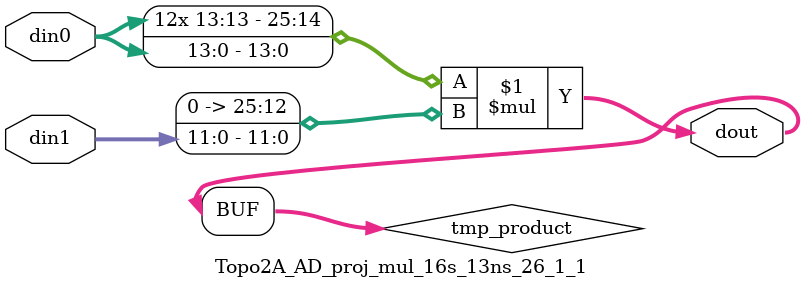
<source format=v>

`timescale 1 ns / 1 ps

 module Topo2A_AD_proj_mul_16s_13ns_26_1_1(din0, din1, dout);
parameter ID = 1;
parameter NUM_STAGE = 0;
parameter din0_WIDTH = 14;
parameter din1_WIDTH = 12;
parameter dout_WIDTH = 26;

input [din0_WIDTH - 1 : 0] din0; 
input [din1_WIDTH - 1 : 0] din1; 
output [dout_WIDTH - 1 : 0] dout;

wire signed [dout_WIDTH - 1 : 0] tmp_product;


























assign tmp_product = $signed(din0) * $signed({1'b0, din1});









assign dout = tmp_product;





















endmodule

</source>
